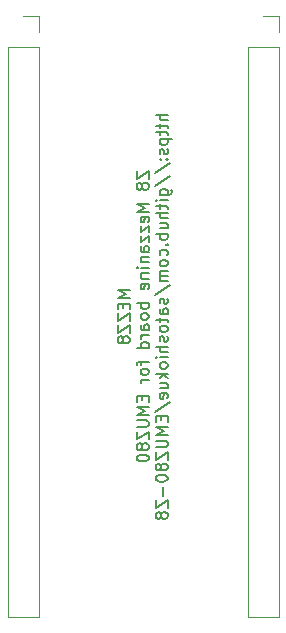
<source format=gbo>
G04 #@! TF.GenerationSoftware,KiCad,Pcbnew,(6.0.9-0)*
G04 #@! TF.CreationDate,2022-11-06T22:18:11+09:00*
G04 #@! TF.ProjectId,MEZZ8,4d455a5a-382e-46b6-9963-61645f706362,A*
G04 #@! TF.SameCoordinates,PX5f5e100PY8f0d180*
G04 #@! TF.FileFunction,Legend,Bot*
G04 #@! TF.FilePolarity,Positive*
%FSLAX46Y46*%
G04 Gerber Fmt 4.6, Leading zero omitted, Abs format (unit mm)*
G04 Created by KiCad (PCBNEW (6.0.9-0)) date 2022-11-06 22:18:11*
%MOMM*%
%LPD*%
G01*
G04 APERTURE LIST*
%ADD10C,0.150000*%
%ADD11C,0.120000*%
G04 APERTURE END LIST*
D10*
X20437380Y29519286D02*
X19437380Y29519286D01*
X20151666Y29185953D01*
X19437380Y28852620D01*
X20437380Y28852620D01*
X19913571Y28376429D02*
X19913571Y28043096D01*
X20437380Y27900239D02*
X20437380Y28376429D01*
X19437380Y28376429D01*
X19437380Y27900239D01*
X19437380Y27566905D02*
X19437380Y26900239D01*
X20437380Y27566905D01*
X20437380Y26900239D01*
X19437380Y26614524D02*
X19437380Y25947858D01*
X20437380Y26614524D01*
X20437380Y25947858D01*
X19865952Y25424048D02*
X19818333Y25519286D01*
X19770714Y25566905D01*
X19675476Y25614524D01*
X19627857Y25614524D01*
X19532619Y25566905D01*
X19485000Y25519286D01*
X19437380Y25424048D01*
X19437380Y25233572D01*
X19485000Y25138334D01*
X19532619Y25090715D01*
X19627857Y25043096D01*
X19675476Y25043096D01*
X19770714Y25090715D01*
X19818333Y25138334D01*
X19865952Y25233572D01*
X19865952Y25424048D01*
X19913571Y25519286D01*
X19961190Y25566905D01*
X20056428Y25614524D01*
X20246904Y25614524D01*
X20342142Y25566905D01*
X20389761Y25519286D01*
X20437380Y25424048D01*
X20437380Y25233572D01*
X20389761Y25138334D01*
X20342142Y25090715D01*
X20246904Y25043096D01*
X20056428Y25043096D01*
X19961190Y25090715D01*
X19913571Y25138334D01*
X19865952Y25233572D01*
X21047380Y39614524D02*
X21047380Y38947858D01*
X22047380Y39614524D01*
X22047380Y38947858D01*
X21475952Y38424048D02*
X21428333Y38519286D01*
X21380714Y38566905D01*
X21285476Y38614524D01*
X21237857Y38614524D01*
X21142619Y38566905D01*
X21095000Y38519286D01*
X21047380Y38424048D01*
X21047380Y38233572D01*
X21095000Y38138334D01*
X21142619Y38090715D01*
X21237857Y38043096D01*
X21285476Y38043096D01*
X21380714Y38090715D01*
X21428333Y38138334D01*
X21475952Y38233572D01*
X21475952Y38424048D01*
X21523571Y38519286D01*
X21571190Y38566905D01*
X21666428Y38614524D01*
X21856904Y38614524D01*
X21952142Y38566905D01*
X21999761Y38519286D01*
X22047380Y38424048D01*
X22047380Y38233572D01*
X21999761Y38138334D01*
X21952142Y38090715D01*
X21856904Y38043096D01*
X21666428Y38043096D01*
X21571190Y38090715D01*
X21523571Y38138334D01*
X21475952Y38233572D01*
X22047380Y36852620D02*
X21047380Y36852620D01*
X21761666Y36519286D01*
X21047380Y36185953D01*
X22047380Y36185953D01*
X21999761Y35328810D02*
X22047380Y35424048D01*
X22047380Y35614524D01*
X21999761Y35709762D01*
X21904523Y35757381D01*
X21523571Y35757381D01*
X21428333Y35709762D01*
X21380714Y35614524D01*
X21380714Y35424048D01*
X21428333Y35328810D01*
X21523571Y35281191D01*
X21618809Y35281191D01*
X21714047Y35757381D01*
X21380714Y34947858D02*
X21380714Y34424048D01*
X22047380Y34947858D01*
X22047380Y34424048D01*
X21380714Y34138334D02*
X21380714Y33614524D01*
X22047380Y34138334D01*
X22047380Y33614524D01*
X22047380Y32805000D02*
X21523571Y32805000D01*
X21428333Y32852620D01*
X21380714Y32947858D01*
X21380714Y33138334D01*
X21428333Y33233572D01*
X21999761Y32805000D02*
X22047380Y32900239D01*
X22047380Y33138334D01*
X21999761Y33233572D01*
X21904523Y33281191D01*
X21809285Y33281191D01*
X21714047Y33233572D01*
X21666428Y33138334D01*
X21666428Y32900239D01*
X21618809Y32805000D01*
X21380714Y32328810D02*
X22047380Y32328810D01*
X21475952Y32328810D02*
X21428333Y32281191D01*
X21380714Y32185953D01*
X21380714Y32043096D01*
X21428333Y31947858D01*
X21523571Y31900239D01*
X22047380Y31900239D01*
X22047380Y31424048D02*
X21380714Y31424048D01*
X21047380Y31424048D02*
X21095000Y31471667D01*
X21142619Y31424048D01*
X21095000Y31376429D01*
X21047380Y31424048D01*
X21142619Y31424048D01*
X21380714Y30947858D02*
X22047380Y30947858D01*
X21475952Y30947858D02*
X21428333Y30900239D01*
X21380714Y30805001D01*
X21380714Y30662143D01*
X21428333Y30566905D01*
X21523571Y30519286D01*
X22047380Y30519286D01*
X21999761Y29662143D02*
X22047380Y29757381D01*
X22047380Y29947858D01*
X21999761Y30043096D01*
X21904523Y30090715D01*
X21523571Y30090715D01*
X21428333Y30043096D01*
X21380714Y29947858D01*
X21380714Y29757381D01*
X21428333Y29662143D01*
X21523571Y29614524D01*
X21618809Y29614524D01*
X21714047Y30090715D01*
X22047380Y28424048D02*
X21047380Y28424048D01*
X21428333Y28424048D02*
X21380714Y28328810D01*
X21380714Y28138334D01*
X21428333Y28043096D01*
X21475952Y27995477D01*
X21571190Y27947858D01*
X21856904Y27947858D01*
X21952142Y27995477D01*
X21999761Y28043096D01*
X22047380Y28138334D01*
X22047380Y28328810D01*
X21999761Y28424048D01*
X22047380Y27376429D02*
X21999761Y27471667D01*
X21952142Y27519286D01*
X21856904Y27566905D01*
X21571190Y27566905D01*
X21475952Y27519286D01*
X21428333Y27471667D01*
X21380714Y27376429D01*
X21380714Y27233572D01*
X21428333Y27138334D01*
X21475952Y27090715D01*
X21571190Y27043096D01*
X21856904Y27043096D01*
X21952142Y27090715D01*
X21999761Y27138334D01*
X22047380Y27233572D01*
X22047380Y27376429D01*
X22047380Y26185953D02*
X21523571Y26185953D01*
X21428333Y26233572D01*
X21380714Y26328810D01*
X21380714Y26519286D01*
X21428333Y26614524D01*
X21999761Y26185953D02*
X22047380Y26281191D01*
X22047380Y26519286D01*
X21999761Y26614524D01*
X21904523Y26662143D01*
X21809285Y26662143D01*
X21714047Y26614524D01*
X21666428Y26519286D01*
X21666428Y26281191D01*
X21618809Y26185953D01*
X22047380Y25709762D02*
X21380714Y25709762D01*
X21571190Y25709762D02*
X21475952Y25662143D01*
X21428333Y25614524D01*
X21380714Y25519286D01*
X21380714Y25424048D01*
X22047380Y24662143D02*
X21047380Y24662143D01*
X21999761Y24662143D02*
X22047380Y24757381D01*
X22047380Y24947858D01*
X21999761Y25043096D01*
X21952142Y25090715D01*
X21856904Y25138334D01*
X21571190Y25138334D01*
X21475952Y25090715D01*
X21428333Y25043096D01*
X21380714Y24947858D01*
X21380714Y24757381D01*
X21428333Y24662143D01*
X21380714Y23566905D02*
X21380714Y23185953D01*
X22047380Y23424048D02*
X21190238Y23424048D01*
X21095000Y23376429D01*
X21047380Y23281191D01*
X21047380Y23185953D01*
X22047380Y22709762D02*
X21999761Y22805001D01*
X21952142Y22852620D01*
X21856904Y22900239D01*
X21571190Y22900239D01*
X21475952Y22852620D01*
X21428333Y22805001D01*
X21380714Y22709762D01*
X21380714Y22566905D01*
X21428333Y22471667D01*
X21475952Y22424048D01*
X21571190Y22376429D01*
X21856904Y22376429D01*
X21952142Y22424048D01*
X21999761Y22471667D01*
X22047380Y22566905D01*
X22047380Y22709762D01*
X22047380Y21947858D02*
X21380714Y21947858D01*
X21571190Y21947858D02*
X21475952Y21900239D01*
X21428333Y21852620D01*
X21380714Y21757381D01*
X21380714Y21662143D01*
X21523571Y20566905D02*
X21523571Y20233572D01*
X22047380Y20090715D02*
X22047380Y20566905D01*
X21047380Y20566905D01*
X21047380Y20090715D01*
X22047380Y19662143D02*
X21047380Y19662143D01*
X21761666Y19328810D01*
X21047380Y18995477D01*
X22047380Y18995477D01*
X21047380Y18519286D02*
X21856904Y18519286D01*
X21952142Y18471667D01*
X21999761Y18424048D01*
X22047380Y18328810D01*
X22047380Y18138334D01*
X21999761Y18043096D01*
X21952142Y17995477D01*
X21856904Y17947858D01*
X21047380Y17947858D01*
X21047380Y17566905D02*
X21047380Y16900239D01*
X22047380Y17566905D01*
X22047380Y16900239D01*
X21475952Y16376429D02*
X21428333Y16471667D01*
X21380714Y16519286D01*
X21285476Y16566905D01*
X21237857Y16566905D01*
X21142619Y16519286D01*
X21095000Y16471667D01*
X21047380Y16376429D01*
X21047380Y16185953D01*
X21095000Y16090715D01*
X21142619Y16043096D01*
X21237857Y15995477D01*
X21285476Y15995477D01*
X21380714Y16043096D01*
X21428333Y16090715D01*
X21475952Y16185953D01*
X21475952Y16376429D01*
X21523571Y16471667D01*
X21571190Y16519286D01*
X21666428Y16566905D01*
X21856904Y16566905D01*
X21952142Y16519286D01*
X21999761Y16471667D01*
X22047380Y16376429D01*
X22047380Y16185953D01*
X21999761Y16090715D01*
X21952142Y16043096D01*
X21856904Y15995477D01*
X21666428Y15995477D01*
X21571190Y16043096D01*
X21523571Y16090715D01*
X21475952Y16185953D01*
X21047380Y15376429D02*
X21047380Y15281191D01*
X21095000Y15185953D01*
X21142619Y15138334D01*
X21237857Y15090715D01*
X21428333Y15043096D01*
X21666428Y15043096D01*
X21856904Y15090715D01*
X21952142Y15138334D01*
X21999761Y15185953D01*
X22047380Y15281191D01*
X22047380Y15376429D01*
X21999761Y15471667D01*
X21952142Y15519286D01*
X21856904Y15566905D01*
X21666428Y15614524D01*
X21428333Y15614524D01*
X21237857Y15566905D01*
X21142619Y15519286D01*
X21095000Y15471667D01*
X21047380Y15376429D01*
X23657380Y44376429D02*
X22657380Y44376429D01*
X23657380Y43947858D02*
X23133571Y43947858D01*
X23038333Y43995477D01*
X22990714Y44090715D01*
X22990714Y44233572D01*
X23038333Y44328810D01*
X23085952Y44376429D01*
X22990714Y43614524D02*
X22990714Y43233572D01*
X22657380Y43471667D02*
X23514523Y43471667D01*
X23609761Y43424048D01*
X23657380Y43328810D01*
X23657380Y43233572D01*
X22990714Y43043096D02*
X22990714Y42662143D01*
X22657380Y42900239D02*
X23514523Y42900239D01*
X23609761Y42852620D01*
X23657380Y42757381D01*
X23657380Y42662143D01*
X22990714Y42328810D02*
X23990714Y42328810D01*
X23038333Y42328810D02*
X22990714Y42233572D01*
X22990714Y42043096D01*
X23038333Y41947858D01*
X23085952Y41900239D01*
X23181190Y41852620D01*
X23466904Y41852620D01*
X23562142Y41900239D01*
X23609761Y41947858D01*
X23657380Y42043096D01*
X23657380Y42233572D01*
X23609761Y42328810D01*
X23609761Y41471667D02*
X23657380Y41376429D01*
X23657380Y41185953D01*
X23609761Y41090715D01*
X23514523Y41043096D01*
X23466904Y41043096D01*
X23371666Y41090715D01*
X23324047Y41185953D01*
X23324047Y41328810D01*
X23276428Y41424048D01*
X23181190Y41471667D01*
X23133571Y41471667D01*
X23038333Y41424048D01*
X22990714Y41328810D01*
X22990714Y41185953D01*
X23038333Y41090715D01*
X23562142Y40614524D02*
X23609761Y40566905D01*
X23657380Y40614524D01*
X23609761Y40662143D01*
X23562142Y40614524D01*
X23657380Y40614524D01*
X23038333Y40614524D02*
X23085952Y40566905D01*
X23133571Y40614524D01*
X23085952Y40662143D01*
X23038333Y40614524D01*
X23133571Y40614524D01*
X22609761Y39424048D02*
X23895476Y40281191D01*
X22609761Y38376429D02*
X23895476Y39233572D01*
X22990714Y37614524D02*
X23800238Y37614524D01*
X23895476Y37662143D01*
X23943095Y37709762D01*
X23990714Y37805000D01*
X23990714Y37947858D01*
X23943095Y38043096D01*
X23609761Y37614524D02*
X23657380Y37709762D01*
X23657380Y37900239D01*
X23609761Y37995477D01*
X23562142Y38043096D01*
X23466904Y38090715D01*
X23181190Y38090715D01*
X23085952Y38043096D01*
X23038333Y37995477D01*
X22990714Y37900239D01*
X22990714Y37709762D01*
X23038333Y37614524D01*
X23657380Y37138334D02*
X22990714Y37138334D01*
X22657380Y37138334D02*
X22705000Y37185953D01*
X22752619Y37138334D01*
X22705000Y37090715D01*
X22657380Y37138334D01*
X22752619Y37138334D01*
X22990714Y36805000D02*
X22990714Y36424048D01*
X22657380Y36662143D02*
X23514523Y36662143D01*
X23609761Y36614524D01*
X23657380Y36519286D01*
X23657380Y36424048D01*
X23657380Y36090715D02*
X22657380Y36090715D01*
X23657380Y35662143D02*
X23133571Y35662143D01*
X23038333Y35709762D01*
X22990714Y35805000D01*
X22990714Y35947858D01*
X23038333Y36043096D01*
X23085952Y36090715D01*
X22990714Y34757381D02*
X23657380Y34757381D01*
X22990714Y35185953D02*
X23514523Y35185953D01*
X23609761Y35138334D01*
X23657380Y35043096D01*
X23657380Y34900239D01*
X23609761Y34805000D01*
X23562142Y34757381D01*
X23657380Y34281191D02*
X22657380Y34281191D01*
X23038333Y34281191D02*
X22990714Y34185953D01*
X22990714Y33995477D01*
X23038333Y33900239D01*
X23085952Y33852620D01*
X23181190Y33805001D01*
X23466904Y33805001D01*
X23562142Y33852620D01*
X23609761Y33900239D01*
X23657380Y33995477D01*
X23657380Y34185953D01*
X23609761Y34281191D01*
X23562142Y33376429D02*
X23609761Y33328810D01*
X23657380Y33376429D01*
X23609761Y33424048D01*
X23562142Y33376429D01*
X23657380Y33376429D01*
X23609761Y32471667D02*
X23657380Y32566905D01*
X23657380Y32757381D01*
X23609761Y32852620D01*
X23562142Y32900239D01*
X23466904Y32947858D01*
X23181190Y32947858D01*
X23085952Y32900239D01*
X23038333Y32852620D01*
X22990714Y32757381D01*
X22990714Y32566905D01*
X23038333Y32471667D01*
X23657380Y31900239D02*
X23609761Y31995477D01*
X23562142Y32043096D01*
X23466904Y32090715D01*
X23181190Y32090715D01*
X23085952Y32043096D01*
X23038333Y31995477D01*
X22990714Y31900239D01*
X22990714Y31757381D01*
X23038333Y31662143D01*
X23085952Y31614524D01*
X23181190Y31566905D01*
X23466904Y31566905D01*
X23562142Y31614524D01*
X23609761Y31662143D01*
X23657380Y31757381D01*
X23657380Y31900239D01*
X23657380Y31138334D02*
X22990714Y31138334D01*
X23085952Y31138334D02*
X23038333Y31090715D01*
X22990714Y30995477D01*
X22990714Y30852620D01*
X23038333Y30757381D01*
X23133571Y30709762D01*
X23657380Y30709762D01*
X23133571Y30709762D02*
X23038333Y30662143D01*
X22990714Y30566905D01*
X22990714Y30424048D01*
X23038333Y30328810D01*
X23133571Y30281191D01*
X23657380Y30281191D01*
X22609761Y29090715D02*
X23895476Y29947858D01*
X23609761Y28805001D02*
X23657380Y28709762D01*
X23657380Y28519286D01*
X23609761Y28424048D01*
X23514523Y28376429D01*
X23466904Y28376429D01*
X23371666Y28424048D01*
X23324047Y28519286D01*
X23324047Y28662143D01*
X23276428Y28757381D01*
X23181190Y28805001D01*
X23133571Y28805001D01*
X23038333Y28757381D01*
X22990714Y28662143D01*
X22990714Y28519286D01*
X23038333Y28424048D01*
X23657380Y27519286D02*
X23133571Y27519286D01*
X23038333Y27566905D01*
X22990714Y27662143D01*
X22990714Y27852620D01*
X23038333Y27947858D01*
X23609761Y27519286D02*
X23657380Y27614524D01*
X23657380Y27852620D01*
X23609761Y27947858D01*
X23514523Y27995477D01*
X23419285Y27995477D01*
X23324047Y27947858D01*
X23276428Y27852620D01*
X23276428Y27614524D01*
X23228809Y27519286D01*
X22990714Y27185953D02*
X22990714Y26805001D01*
X22657380Y27043096D02*
X23514523Y27043096D01*
X23609761Y26995477D01*
X23657380Y26900239D01*
X23657380Y26805001D01*
X23657380Y26328810D02*
X23609761Y26424048D01*
X23562142Y26471667D01*
X23466904Y26519286D01*
X23181190Y26519286D01*
X23085952Y26471667D01*
X23038333Y26424048D01*
X22990714Y26328810D01*
X22990714Y26185953D01*
X23038333Y26090715D01*
X23085952Y26043096D01*
X23181190Y25995477D01*
X23466904Y25995477D01*
X23562142Y26043096D01*
X23609761Y26090715D01*
X23657380Y26185953D01*
X23657380Y26328810D01*
X23609761Y25614524D02*
X23657380Y25519286D01*
X23657380Y25328810D01*
X23609761Y25233572D01*
X23514523Y25185953D01*
X23466904Y25185953D01*
X23371666Y25233572D01*
X23324047Y25328810D01*
X23324047Y25471667D01*
X23276428Y25566905D01*
X23181190Y25614524D01*
X23133571Y25614524D01*
X23038333Y25566905D01*
X22990714Y25471667D01*
X22990714Y25328810D01*
X23038333Y25233572D01*
X23657380Y24757381D02*
X22657380Y24757381D01*
X23657380Y24328810D02*
X23133571Y24328810D01*
X23038333Y24376429D01*
X22990714Y24471667D01*
X22990714Y24614524D01*
X23038333Y24709762D01*
X23085952Y24757381D01*
X23657380Y23852620D02*
X22990714Y23852620D01*
X22657380Y23852620D02*
X22705000Y23900239D01*
X22752619Y23852620D01*
X22705000Y23805001D01*
X22657380Y23852620D01*
X22752619Y23852620D01*
X23657380Y23233572D02*
X23609761Y23328810D01*
X23562142Y23376429D01*
X23466904Y23424048D01*
X23181190Y23424048D01*
X23085952Y23376429D01*
X23038333Y23328810D01*
X22990714Y23233572D01*
X22990714Y23090715D01*
X23038333Y22995477D01*
X23085952Y22947858D01*
X23181190Y22900239D01*
X23466904Y22900239D01*
X23562142Y22947858D01*
X23609761Y22995477D01*
X23657380Y23090715D01*
X23657380Y23233572D01*
X23657380Y22471667D02*
X22657380Y22471667D01*
X23276428Y22376429D02*
X23657380Y22090715D01*
X22990714Y22090715D02*
X23371666Y22471667D01*
X22990714Y21233572D02*
X23657380Y21233572D01*
X22990714Y21662143D02*
X23514523Y21662143D01*
X23609761Y21614524D01*
X23657380Y21519286D01*
X23657380Y21376429D01*
X23609761Y21281191D01*
X23562142Y21233572D01*
X23609761Y20376429D02*
X23657380Y20471667D01*
X23657380Y20662143D01*
X23609761Y20757381D01*
X23514523Y20805001D01*
X23133571Y20805001D01*
X23038333Y20757381D01*
X22990714Y20662143D01*
X22990714Y20471667D01*
X23038333Y20376429D01*
X23133571Y20328810D01*
X23228809Y20328810D01*
X23324047Y20805001D01*
X22609761Y19185953D02*
X23895476Y20043096D01*
X23133571Y18852620D02*
X23133571Y18519286D01*
X23657380Y18376429D02*
X23657380Y18852620D01*
X22657380Y18852620D01*
X22657380Y18376429D01*
X23657380Y17947858D02*
X22657380Y17947858D01*
X23371666Y17614524D01*
X22657380Y17281191D01*
X23657380Y17281191D01*
X22657380Y16805001D02*
X23466904Y16805001D01*
X23562142Y16757381D01*
X23609761Y16709762D01*
X23657380Y16614524D01*
X23657380Y16424048D01*
X23609761Y16328810D01*
X23562142Y16281191D01*
X23466904Y16233572D01*
X22657380Y16233572D01*
X22657380Y15852620D02*
X22657380Y15185953D01*
X23657380Y15852620D01*
X23657380Y15185953D01*
X23085952Y14662143D02*
X23038333Y14757381D01*
X22990714Y14805000D01*
X22895476Y14852620D01*
X22847857Y14852620D01*
X22752619Y14805000D01*
X22705000Y14757381D01*
X22657380Y14662143D01*
X22657380Y14471667D01*
X22705000Y14376429D01*
X22752619Y14328810D01*
X22847857Y14281191D01*
X22895476Y14281191D01*
X22990714Y14328810D01*
X23038333Y14376429D01*
X23085952Y14471667D01*
X23085952Y14662143D01*
X23133571Y14757381D01*
X23181190Y14805000D01*
X23276428Y14852620D01*
X23466904Y14852620D01*
X23562142Y14805000D01*
X23609761Y14757381D01*
X23657380Y14662143D01*
X23657380Y14471667D01*
X23609761Y14376429D01*
X23562142Y14328810D01*
X23466904Y14281191D01*
X23276428Y14281191D01*
X23181190Y14328810D01*
X23133571Y14376429D01*
X23085952Y14471667D01*
X22657380Y13662143D02*
X22657380Y13566905D01*
X22705000Y13471667D01*
X22752619Y13424048D01*
X22847857Y13376429D01*
X23038333Y13328810D01*
X23276428Y13328810D01*
X23466904Y13376429D01*
X23562142Y13424048D01*
X23609761Y13471667D01*
X23657380Y13566905D01*
X23657380Y13662143D01*
X23609761Y13757381D01*
X23562142Y13805000D01*
X23466904Y13852620D01*
X23276428Y13900239D01*
X23038333Y13900239D01*
X22847857Y13852620D01*
X22752619Y13805000D01*
X22705000Y13757381D01*
X22657380Y13662143D01*
X23276428Y12900239D02*
X23276428Y12138334D01*
X22657380Y11757381D02*
X22657380Y11090715D01*
X23657380Y11757381D01*
X23657380Y11090715D01*
X23085952Y10566905D02*
X23038333Y10662143D01*
X22990714Y10709762D01*
X22895476Y10757381D01*
X22847857Y10757381D01*
X22752619Y10709762D01*
X22705000Y10662143D01*
X22657380Y10566905D01*
X22657380Y10376429D01*
X22705000Y10281191D01*
X22752619Y10233572D01*
X22847857Y10185953D01*
X22895476Y10185953D01*
X22990714Y10233572D01*
X23038333Y10281191D01*
X23085952Y10376429D01*
X23085952Y10566905D01*
X23133571Y10662143D01*
X23181190Y10709762D01*
X23276428Y10757381D01*
X23466904Y10757381D01*
X23562142Y10709762D01*
X23609761Y10662143D01*
X23657380Y10566905D01*
X23657380Y10376429D01*
X23609761Y10281191D01*
X23562142Y10233572D01*
X23466904Y10185953D01*
X23276428Y10185953D01*
X23181190Y10233572D01*
X23133571Y10281191D01*
X23085952Y10376429D01*
D11*
X12765000Y52765000D02*
X11435000Y52765000D01*
X12765000Y50165000D02*
X12765000Y1845000D01*
X12765000Y51435000D02*
X12765000Y52765000D01*
X10105000Y50165000D02*
X10105000Y1845000D01*
X12765000Y50165000D02*
X10105000Y50165000D01*
X12765000Y1845000D02*
X10105000Y1845000D01*
X33085000Y50165000D02*
X30425000Y50165000D01*
X33085000Y52765000D02*
X31755000Y52765000D01*
X30425000Y50165000D02*
X30425000Y1845000D01*
X33085000Y1845000D02*
X30425000Y1845000D01*
X33085000Y51435000D02*
X33085000Y52765000D01*
X33085000Y50165000D02*
X33085000Y1845000D01*
M02*

</source>
